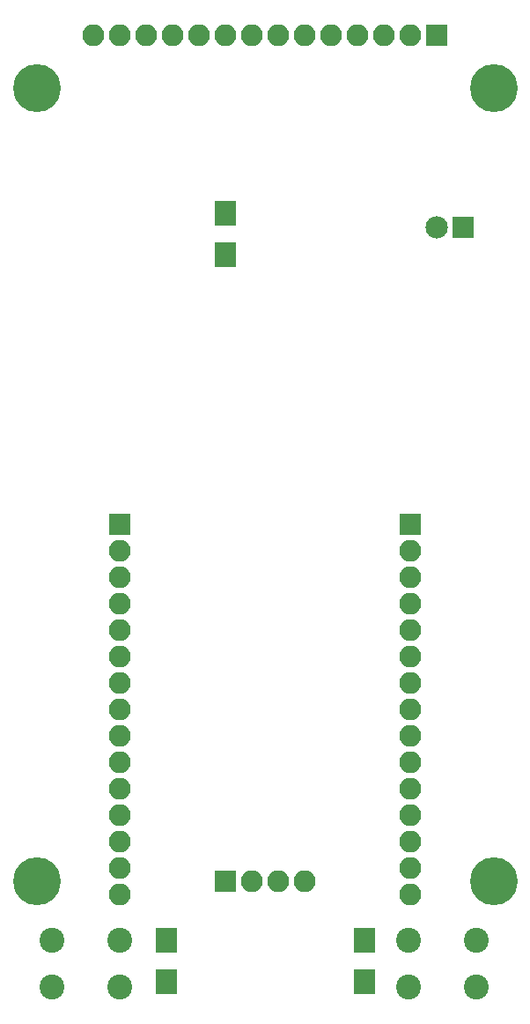
<source format=gbr>
G04 #@! TF.FileFunction,Soldermask,Top*
%FSLAX46Y46*%
G04 Gerber Fmt 4.6, Leading zero omitted, Abs format (unit mm)*
G04 Created by KiCad (PCBNEW 4.0.7) date 12/22/18 00:45:09*
%MOMM*%
%LPD*%
G01*
G04 APERTURE LIST*
%ADD10C,0.100000*%
%ADD11C,4.600000*%
%ADD12R,2.100000X2.100000*%
%ADD13O,2.100000X2.100000*%
%ADD14R,2.100000X2.400000*%
%ADD15R,2.150000X2.150000*%
%ADD16C,2.150000*%
%ADD17C,2.400000*%
G04 APERTURE END LIST*
D10*
D11*
X67564000Y-135255000D03*
X67564000Y-59055000D03*
X111506000Y-59055000D03*
D12*
X85725000Y-135255000D03*
D13*
X88265000Y-135255000D03*
X90805000Y-135255000D03*
X93345000Y-135255000D03*
D14*
X99060000Y-144875000D03*
X99060000Y-140875000D03*
D12*
X103505000Y-100965000D03*
D13*
X103505000Y-103505000D03*
X103505000Y-106045000D03*
X103505000Y-108585000D03*
X103505000Y-111125000D03*
X103505000Y-113665000D03*
X103505000Y-116205000D03*
X103505000Y-118745000D03*
X103505000Y-121285000D03*
X103505000Y-123825000D03*
X103505000Y-126365000D03*
X103505000Y-128905000D03*
X103505000Y-131445000D03*
X103505000Y-133985000D03*
X103505000Y-136525000D03*
D12*
X75565000Y-100965000D03*
D13*
X75565000Y-103505000D03*
X75565000Y-106045000D03*
X75565000Y-108585000D03*
X75565000Y-111125000D03*
X75565000Y-113665000D03*
X75565000Y-116205000D03*
X75565000Y-118745000D03*
X75565000Y-121285000D03*
X75565000Y-123825000D03*
X75565000Y-126365000D03*
X75565000Y-128905000D03*
X75565000Y-131445000D03*
X75565000Y-133985000D03*
X75565000Y-136525000D03*
D14*
X80010000Y-140875000D03*
X80010000Y-144875000D03*
D11*
X111506000Y-135255000D03*
D15*
X108585000Y-72390000D03*
D16*
X106085000Y-72390000D03*
D12*
X106045000Y-53975000D03*
D13*
X103505000Y-53975000D03*
X100965000Y-53975000D03*
X98425000Y-53975000D03*
X95885000Y-53975000D03*
X93345000Y-53975000D03*
X90805000Y-53975000D03*
X88265000Y-53975000D03*
X85725000Y-53975000D03*
X83185000Y-53975000D03*
X80645000Y-53975000D03*
X78105000Y-53975000D03*
X75565000Y-53975000D03*
X73025000Y-53975000D03*
D17*
X109855000Y-140915000D03*
X109855000Y-145415000D03*
X103355000Y-140915000D03*
X103355000Y-145415000D03*
X75565000Y-140915000D03*
X75565000Y-145415000D03*
X69065000Y-140915000D03*
X69065000Y-145415000D03*
D14*
X85725000Y-75025000D03*
X85725000Y-71025000D03*
M02*

</source>
